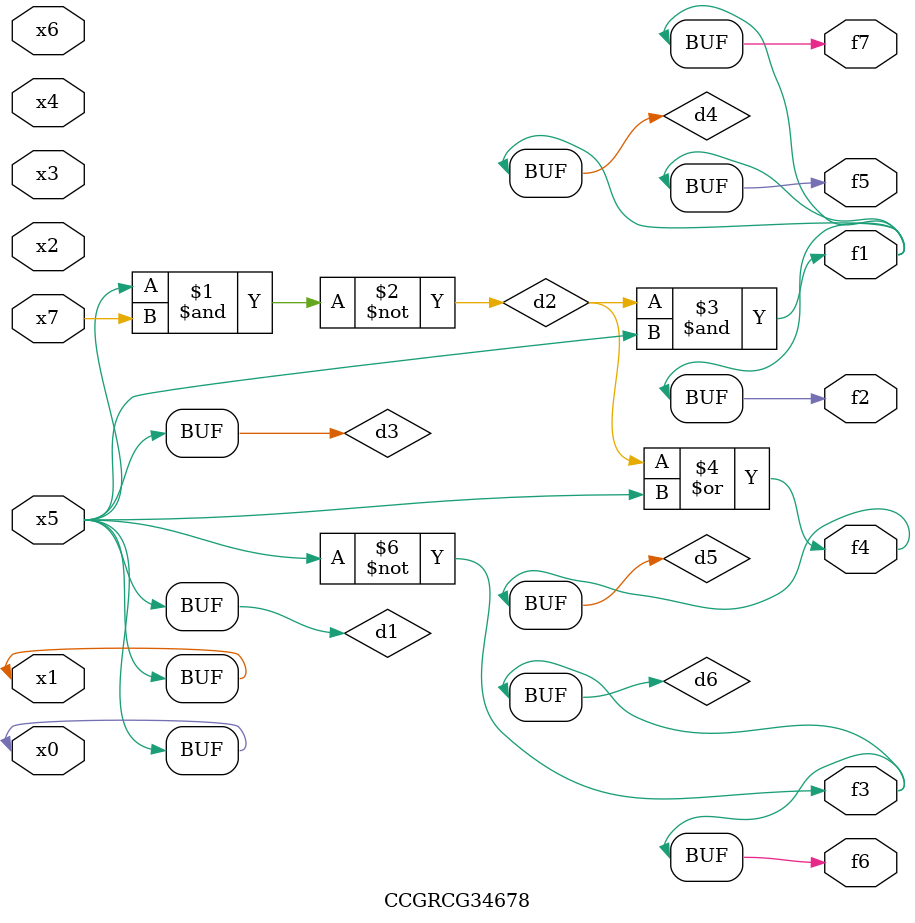
<source format=v>
module CCGRCG34678(
	input x0, x1, x2, x3, x4, x5, x6, x7,
	output f1, f2, f3, f4, f5, f6, f7
);

	wire d1, d2, d3, d4, d5, d6;

	buf (d1, x0, x5);
	nand (d2, x5, x7);
	buf (d3, x0, x1);
	and (d4, d2, d3);
	or (d5, d2, d3);
	nor (d6, d1, d3);
	assign f1 = d4;
	assign f2 = d4;
	assign f3 = d6;
	assign f4 = d5;
	assign f5 = d4;
	assign f6 = d6;
	assign f7 = d4;
endmodule

</source>
